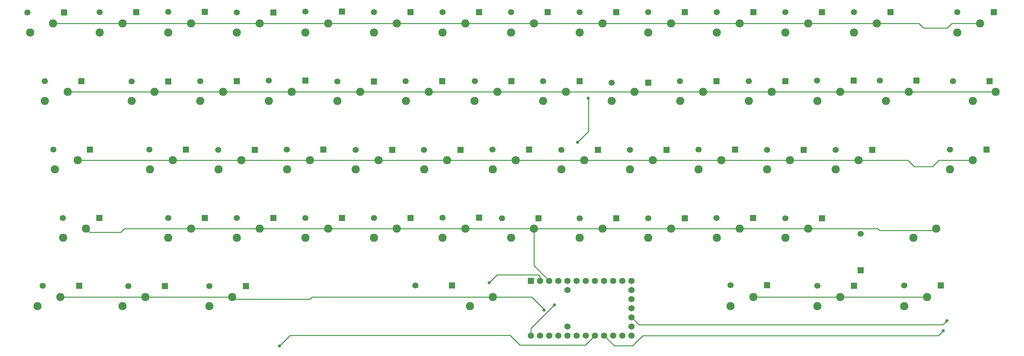
<source format=gtl>
G04 #@! TF.FileFunction,Copper,L1,Top,Signal*
%FSLAX46Y46*%
G04 Gerber Fmt 4.6, Leading zero omitted, Abs format (unit mm)*
G04 Created by KiCad (PCBNEW (2015-01-16 BZR 5376)-product) date 17/05/2015 23:28:06*
%MOMM*%
G01*
G04 APERTURE LIST*
%ADD10C,0.100000*%
%ADD11C,1.699260*%
%ADD12R,1.699260X1.699260*%
%ADD13C,2.286000*%
%ADD14R,1.752600X1.752600*%
%ADD15C,1.752600*%
%ADD16C,0.889000*%
%ADD17C,0.254000*%
G04 APERTURE END LIST*
D10*
D11*
X275590000Y-135178800D03*
D12*
X285750000Y-135178800D03*
D13*
X281940000Y-138430000D03*
X275590000Y-140970000D03*
D11*
X32004000Y-59182000D03*
D12*
X42164000Y-59182000D03*
D11*
X36830000Y-78333600D03*
D12*
X46990000Y-78333600D03*
D11*
X39217600Y-97332800D03*
D12*
X49377600Y-97332800D03*
D11*
X41859200Y-116433600D03*
D12*
X52019200Y-116433600D03*
D11*
X36220400Y-135331200D03*
D12*
X46380400Y-135331200D03*
D11*
X52070000Y-59080400D03*
D12*
X62230000Y-59080400D03*
D11*
X60960000Y-78384400D03*
D12*
X71120000Y-78384400D03*
D11*
X65836800Y-97383600D03*
D12*
X75996800Y-97383600D03*
D11*
X71120000Y-116382800D03*
D12*
X81280000Y-116382800D03*
D11*
X59994800Y-135382000D03*
D12*
X70154800Y-135382000D03*
D11*
X71120000Y-59029600D03*
D12*
X81280000Y-59029600D03*
D11*
X80010000Y-78333600D03*
D12*
X90170000Y-78333600D03*
D11*
X85039200Y-97434400D03*
D12*
X95199200Y-97434400D03*
D11*
X90170000Y-116382800D03*
D12*
X100330000Y-116382800D03*
D11*
X82550000Y-135382000D03*
D12*
X92710000Y-135382000D03*
D11*
X90170000Y-59182000D03*
D12*
X100330000Y-59182000D03*
D11*
X99060000Y-78181200D03*
D12*
X109220000Y-78181200D03*
D11*
X104089200Y-97383600D03*
D12*
X114249200Y-97383600D03*
D11*
X109220000Y-116433600D03*
D12*
X119380000Y-116433600D03*
D11*
X139750800Y-135178800D03*
D12*
X149910800Y-135178800D03*
D11*
X109220000Y-58928000D03*
D12*
X119380000Y-58928000D03*
D11*
X118110000Y-78384400D03*
D12*
X128270000Y-78384400D03*
D11*
X123190000Y-97434400D03*
D12*
X133350000Y-97434400D03*
D11*
X128270000Y-116382800D03*
D12*
X138430000Y-116382800D03*
D11*
X128270000Y-59131200D03*
D12*
X138430000Y-59131200D03*
D11*
X137109200Y-78333600D03*
D12*
X147269200Y-78333600D03*
D11*
X142189200Y-97434400D03*
D12*
X152349200Y-97434400D03*
D11*
X147320000Y-116332000D03*
D12*
X157480000Y-116332000D03*
D11*
X147320000Y-59131200D03*
D12*
X157480000Y-59131200D03*
D11*
X156260800Y-78282800D03*
D12*
X166420800Y-78282800D03*
D11*
X161239200Y-97383600D03*
D12*
X171399200Y-97383600D03*
D11*
X163830000Y-116484400D03*
D12*
X173990000Y-116484400D03*
D11*
X166370000Y-59131200D03*
D12*
X176530000Y-59131200D03*
D11*
X175260000Y-78333600D03*
D12*
X185420000Y-78333600D03*
D11*
X180340000Y-97434400D03*
D12*
X190500000Y-97434400D03*
D11*
X185420000Y-116484400D03*
D12*
X195580000Y-116484400D03*
D11*
X185420000Y-59131200D03*
D12*
X195580000Y-59131200D03*
D11*
X194310000Y-78740000D03*
D12*
X204470000Y-78740000D03*
D11*
X199390000Y-97434400D03*
D12*
X209550000Y-97434400D03*
D11*
X204470000Y-116484400D03*
D12*
X214630000Y-116484400D03*
D11*
X227330000Y-135128000D03*
D12*
X237490000Y-135128000D03*
D11*
X204470000Y-59131200D03*
D12*
X214630000Y-59131200D03*
D11*
X213309200Y-78282800D03*
D12*
X223469200Y-78282800D03*
D11*
X218440000Y-97383600D03*
D12*
X228600000Y-97383600D03*
D11*
X223469200Y-116382800D03*
D12*
X233629200Y-116382800D03*
D11*
X251460000Y-135280400D03*
D12*
X261620000Y-135280400D03*
D11*
X223520000Y-59131200D03*
D12*
X233680000Y-59131200D03*
D11*
X232410000Y-78282800D03*
D12*
X242570000Y-78282800D03*
D11*
X237490000Y-97434400D03*
D12*
X247650000Y-97434400D03*
D11*
X242570000Y-116484400D03*
D12*
X252730000Y-116484400D03*
D11*
X242570000Y-59131200D03*
D12*
X252730000Y-59131200D03*
D11*
X251358400Y-78130400D03*
D12*
X261518400Y-78130400D03*
D11*
X256540000Y-97434400D03*
D12*
X266700000Y-97434400D03*
D11*
X263448800Y-120853200D03*
D12*
X263448800Y-131013200D03*
D11*
X261620000Y-59131200D03*
D12*
X271780000Y-59131200D03*
D11*
X268782800Y-78130400D03*
D12*
X278942800Y-78130400D03*
D11*
X288290000Y-97332800D03*
D12*
X298450000Y-97332800D03*
D11*
X290322000Y-59131200D03*
D12*
X300482000Y-59131200D03*
D11*
X289153600Y-78282800D03*
D12*
X299313600Y-78282800D03*
D13*
X39116000Y-62230000D03*
X32766000Y-64770000D03*
X58420000Y-62230000D03*
X52070000Y-64770000D03*
X77470000Y-62230000D03*
X71120000Y-64770000D03*
X96520000Y-62230000D03*
X90170000Y-64770000D03*
X115570000Y-62230000D03*
X109220000Y-64770000D03*
X134620000Y-62230000D03*
X128270000Y-64770000D03*
X153670000Y-62230000D03*
X147320000Y-64770000D03*
X172720000Y-62230000D03*
X166370000Y-64770000D03*
X191770000Y-62230000D03*
X185420000Y-64770000D03*
X210820000Y-62230000D03*
X204470000Y-64770000D03*
X229870000Y-62230000D03*
X223520000Y-64770000D03*
X248920000Y-62230000D03*
X242570000Y-64770000D03*
X267970000Y-62230000D03*
X261620000Y-64770000D03*
X296672000Y-62230000D03*
X290322000Y-64770000D03*
X43180000Y-81280000D03*
X36830000Y-83820000D03*
X67310000Y-81280000D03*
X60960000Y-83820000D03*
X86360000Y-81280000D03*
X80010000Y-83820000D03*
X105410000Y-81280000D03*
X99060000Y-83820000D03*
X124460000Y-81280000D03*
X118110000Y-83820000D03*
X143510000Y-81280000D03*
X137160000Y-83820000D03*
X162560000Y-81280000D03*
X156210000Y-83820000D03*
X181610000Y-81280000D03*
X175260000Y-83820000D03*
X200660000Y-81280000D03*
X194310000Y-83820000D03*
X219710000Y-81280000D03*
X213360000Y-83820000D03*
X238760000Y-81280000D03*
X232410000Y-83820000D03*
X257810000Y-81280000D03*
X251460000Y-83820000D03*
X276860000Y-81280000D03*
X270510000Y-83820000D03*
X45974000Y-100330000D03*
X39624000Y-102870000D03*
X72390000Y-100330000D03*
X66040000Y-102870000D03*
X91440000Y-100330000D03*
X85090000Y-102870000D03*
X110490000Y-100330000D03*
X104140000Y-102870000D03*
X129540000Y-100330000D03*
X123190000Y-102870000D03*
X148590000Y-100330000D03*
X142240000Y-102870000D03*
X167640000Y-100330000D03*
X161290000Y-102870000D03*
X186690000Y-100330000D03*
X180340000Y-102870000D03*
X205740000Y-100330000D03*
X199390000Y-102870000D03*
X224790000Y-100330000D03*
X218440000Y-102870000D03*
X243840000Y-100330000D03*
X237490000Y-102870000D03*
X262890000Y-100330000D03*
X256540000Y-102870000D03*
X294640000Y-100330000D03*
X288290000Y-102870000D03*
X48260000Y-119380000D03*
X41910000Y-121920000D03*
X77470000Y-119380000D03*
X71120000Y-121920000D03*
X96520000Y-119380000D03*
X90170000Y-121920000D03*
X115570000Y-119380000D03*
X109220000Y-121920000D03*
X134620000Y-119380000D03*
X128270000Y-121920000D03*
X153670000Y-119380000D03*
X147320000Y-121920000D03*
X172720000Y-119380000D03*
X166370000Y-121920000D03*
X191770000Y-119380000D03*
X185420000Y-121920000D03*
X210820000Y-119380000D03*
X204470000Y-121920000D03*
X229870000Y-119380000D03*
X223520000Y-121920000D03*
X248920000Y-119380000D03*
X242570000Y-121920000D03*
X284480000Y-119380000D03*
X278130000Y-121920000D03*
X41148000Y-138430000D03*
X34798000Y-140970000D03*
X64770000Y-138430000D03*
X58420000Y-140970000D03*
X88900000Y-138430000D03*
X82550000Y-140970000D03*
X161290000Y-138430000D03*
X154940000Y-140970000D03*
X233680000Y-138430000D03*
X227330000Y-140970000D03*
X257810000Y-138430000D03*
X251460000Y-140970000D03*
D14*
X171907200Y-133908800D03*
D15*
X174447200Y-133908800D03*
X176987200Y-133908800D03*
X179527200Y-133908800D03*
X182067200Y-133908800D03*
X184607200Y-133908800D03*
X187147200Y-133908800D03*
X189687200Y-133908800D03*
X192227200Y-133908800D03*
X194767200Y-133908800D03*
X197307200Y-133908800D03*
X199847200Y-133908800D03*
X199847200Y-136448800D03*
X199847200Y-138988800D03*
X199847200Y-141528800D03*
X199847200Y-144068800D03*
X199847200Y-146608800D03*
X199847200Y-149148800D03*
X197307200Y-149148800D03*
X194767200Y-149148800D03*
X192227200Y-149148800D03*
X189687200Y-149148800D03*
X187147200Y-149148800D03*
X184607200Y-149148800D03*
X182067200Y-149148800D03*
X179527200Y-149148800D03*
X176987200Y-149148800D03*
X174447200Y-149148800D03*
X171907200Y-149148800D03*
X182067200Y-146608800D03*
X182067200Y-136448800D03*
D13*
X300990000Y-81280000D03*
X294640000Y-83820000D03*
D16*
X102006400Y-152044400D03*
X160274000Y-134416800D03*
X287426400Y-145034000D03*
X286410400Y-147828000D03*
X187756800Y-83058000D03*
X184810400Y-95351600D03*
X175514000Y-142036800D03*
X178409600Y-140665200D03*
D17*
X102006400Y-152044400D02*
X104952800Y-149098000D01*
X104952800Y-149098000D02*
X166116000Y-149098000D01*
X166116000Y-149098000D02*
X168808400Y-151790400D01*
X168808400Y-151790400D02*
X187045600Y-151790400D01*
X187045600Y-151790400D02*
X189687200Y-149148800D01*
X174447200Y-132791200D02*
X174447200Y-133908800D01*
X173888400Y-132232400D02*
X174447200Y-132791200D01*
X162458400Y-132232400D02*
X173888400Y-132232400D01*
X160274000Y-134416800D02*
X162458400Y-132232400D01*
X201930000Y-146151600D02*
X199847200Y-144068800D01*
X286308800Y-146151600D02*
X201930000Y-146151600D01*
X287426400Y-145034000D02*
X286308800Y-146151600D01*
X195072000Y-151993600D02*
X192227200Y-149148800D01*
X200152000Y-151993600D02*
X195072000Y-151993600D01*
X202946000Y-149199600D02*
X200152000Y-151993600D01*
X285038800Y-149199600D02*
X202946000Y-149199600D01*
X286410400Y-147828000D02*
X285038800Y-149199600D01*
X187858400Y-83159600D02*
X187756800Y-83058000D01*
X187858400Y-92303600D02*
X187858400Y-83159600D01*
X184810400Y-95351600D02*
X187858400Y-92303600D01*
X191770000Y-62230000D02*
X172720000Y-62230000D01*
X115570000Y-62230000D02*
X96520000Y-62230000D01*
X210820000Y-62230000D02*
X191770000Y-62230000D01*
X210820000Y-62230000D02*
X229870000Y-62230000D01*
X248920000Y-62230000D02*
X229870000Y-62230000D01*
X267970000Y-62230000D02*
X248920000Y-62230000D01*
X153670000Y-62230000D02*
X191770000Y-62230000D01*
X267970000Y-62230000D02*
X279654000Y-62230000D01*
X288798000Y-62230000D02*
X296672000Y-62230000D01*
X287528000Y-63500000D02*
X288798000Y-62230000D01*
X280924000Y-63500000D02*
X287528000Y-63500000D01*
X279654000Y-62230000D02*
X280924000Y-63500000D01*
X134620000Y-62230000D02*
X153670000Y-62230000D01*
X115570000Y-62230000D02*
X134620000Y-62230000D01*
X77470000Y-62230000D02*
X115570000Y-62230000D01*
X58420000Y-62230000D02*
X77470000Y-62230000D01*
X39116000Y-62230000D02*
X58420000Y-62230000D01*
X300990000Y-81280000D02*
X300990000Y-80975200D01*
X86360000Y-81280000D02*
X67310000Y-81280000D01*
X105410000Y-81280000D02*
X86360000Y-81280000D01*
X124460000Y-81280000D02*
X105410000Y-81280000D01*
X143510000Y-81280000D02*
X124460000Y-81280000D01*
X162560000Y-81280000D02*
X143510000Y-81280000D01*
X181610000Y-81280000D02*
X162560000Y-81280000D01*
X200660000Y-81280000D02*
X181610000Y-81280000D01*
X219710000Y-81280000D02*
X200660000Y-81280000D01*
X238760000Y-81280000D02*
X219710000Y-81280000D01*
X257810000Y-81280000D02*
X238760000Y-81280000D01*
X276860000Y-81280000D02*
X257810000Y-81280000D01*
X300990000Y-81280000D02*
X276860000Y-81280000D01*
X67310000Y-81280000D02*
X43180000Y-81280000D01*
X262890000Y-100330000D02*
X276606000Y-100330000D01*
X285242000Y-100330000D02*
X294640000Y-100330000D01*
X283464000Y-102108000D02*
X285242000Y-100330000D01*
X278384000Y-102108000D02*
X283464000Y-102108000D01*
X276606000Y-100330000D02*
X278384000Y-102108000D01*
X243840000Y-100330000D02*
X262890000Y-100330000D01*
X224790000Y-100330000D02*
X243840000Y-100330000D01*
X205740000Y-100330000D02*
X224790000Y-100330000D01*
X186690000Y-100330000D02*
X205740000Y-100330000D01*
X167640000Y-100330000D02*
X186690000Y-100330000D01*
X148590000Y-100330000D02*
X167640000Y-100330000D01*
X148590000Y-100330000D02*
X129540000Y-100330000D01*
X110490000Y-100330000D02*
X129540000Y-100330000D01*
X91440000Y-100330000D02*
X110490000Y-100330000D01*
X72390000Y-100330000D02*
X91440000Y-100330000D01*
X45974000Y-100330000D02*
X72390000Y-100330000D01*
X172720000Y-119380000D02*
X172720000Y-129641600D01*
X172720000Y-129641600D02*
X176987200Y-133908800D01*
X284480000Y-119380000D02*
X284607000Y-119380000D01*
X77470000Y-119380000D02*
X58928000Y-119380000D01*
X49276000Y-120396000D02*
X48260000Y-119380000D01*
X57912000Y-120396000D02*
X49276000Y-120396000D01*
X58928000Y-119380000D02*
X57912000Y-120396000D01*
X96520000Y-119380000D02*
X77470000Y-119380000D01*
X115570000Y-119380000D02*
X96520000Y-119380000D01*
X134620000Y-119380000D02*
X115570000Y-119380000D01*
X153670000Y-119380000D02*
X134620000Y-119380000D01*
X172720000Y-119380000D02*
X153670000Y-119380000D01*
X191770000Y-119380000D02*
X172720000Y-119380000D01*
X210820000Y-119380000D02*
X191770000Y-119380000D01*
X229870000Y-119380000D02*
X210820000Y-119380000D01*
X248920000Y-119380000D02*
X229870000Y-119380000D01*
X248920000Y-119380000D02*
X268224000Y-119380000D01*
X268732000Y-119888000D02*
X283972000Y-119888000D01*
X268224000Y-119380000D02*
X268732000Y-119888000D01*
X283972000Y-119888000D02*
X284480000Y-119380000D01*
X161290000Y-138430000D02*
X172110400Y-138430000D01*
X175514000Y-141833600D02*
X175514000Y-142036800D01*
X172110400Y-138430000D02*
X175514000Y-141833600D01*
X161290000Y-138430000D02*
X111099600Y-138430000D01*
X110490000Y-139039600D02*
X89509600Y-139039600D01*
X111099600Y-138430000D02*
X110490000Y-139039600D01*
X89509600Y-139039600D02*
X88900000Y-138430000D01*
X257810000Y-138430000D02*
X281940000Y-138430000D01*
X233680000Y-138430000D02*
X257810000Y-138430000D01*
X64770000Y-138430000D02*
X88900000Y-138430000D01*
X41148000Y-138430000D02*
X64770000Y-138430000D01*
X171907200Y-149148800D02*
X171907200Y-147167600D01*
X171907200Y-147167600D02*
X178409600Y-140665200D01*
M02*

</source>
